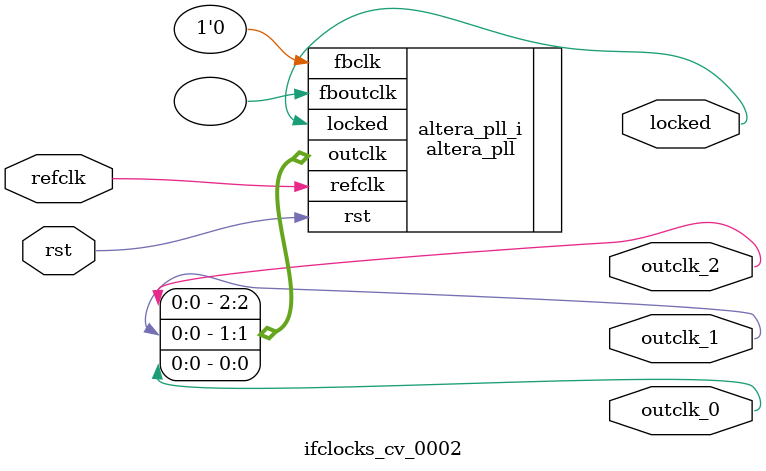
<source format=v>
`timescale 1ns/10ps
module  ifclocks_cv_0002(

	// interface 'refclk'
	input wire refclk,

	// interface 'reset'
	input wire rst,

	// interface 'outclk0'
	output wire outclk_0,

	// interface 'outclk1'
	output wire outclk_1,

	// interface 'outclk2'
	output wire outclk_2,

	// interface 'locked'
	output wire locked
);

	altera_pll #(
		.fractional_vco_multiplier("false"),
		.reference_clock_frequency("24.0 MHz"),
		.operation_mode("direct"),
		.number_of_clocks(3),
		.output_clock_frequency0("48.000000 MHz"),
		.phase_shift0("0 ps"),
		.duty_cycle0(50),
		.output_clock_frequency1("61.714285 MHz"),
		.phase_shift1("0 ps"),
		.duty_cycle1(50),
		.output_clock_frequency2("3.000000 MHz"),
		.phase_shift2("0 ps"),
		.duty_cycle2(50),
		.output_clock_frequency3("0 MHz"),
		.phase_shift3("0 ps"),
		.duty_cycle3(50),
		.output_clock_frequency4("0 MHz"),
		.phase_shift4("0 ps"),
		.duty_cycle4(50),
		.output_clock_frequency5("0 MHz"),
		.phase_shift5("0 ps"),
		.duty_cycle5(50),
		.output_clock_frequency6("0 MHz"),
		.phase_shift6("0 ps"),
		.duty_cycle6(50),
		.output_clock_frequency7("0 MHz"),
		.phase_shift7("0 ps"),
		.duty_cycle7(50),
		.output_clock_frequency8("0 MHz"),
		.phase_shift8("0 ps"),
		.duty_cycle8(50),
		.output_clock_frequency9("0 MHz"),
		.phase_shift9("0 ps"),
		.duty_cycle9(50),
		.output_clock_frequency10("0 MHz"),
		.phase_shift10("0 ps"),
		.duty_cycle10(50),
		.output_clock_frequency11("0 MHz"),
		.phase_shift11("0 ps"),
		.duty_cycle11(50),
		.output_clock_frequency12("0 MHz"),
		.phase_shift12("0 ps"),
		.duty_cycle12(50),
		.output_clock_frequency13("0 MHz"),
		.phase_shift13("0 ps"),
		.duty_cycle13(50),
		.output_clock_frequency14("0 MHz"),
		.phase_shift14("0 ps"),
		.duty_cycle14(50),
		.output_clock_frequency15("0 MHz"),
		.phase_shift15("0 ps"),
		.duty_cycle15(50),
		.output_clock_frequency16("0 MHz"),
		.phase_shift16("0 ps"),
		.duty_cycle16(50),
		.output_clock_frequency17("0 MHz"),
		.phase_shift17("0 ps"),
		.duty_cycle17(50),
		.pll_type("General"),
		.pll_subtype("General")
	) altera_pll_i (
		.rst	(rst),
		.outclk	({outclk_2, outclk_1, outclk_0}),
		.locked	(locked),
		.fboutclk	( ),
		.fbclk	(1'b0),
		.refclk	(refclk)
	);
endmodule


</source>
